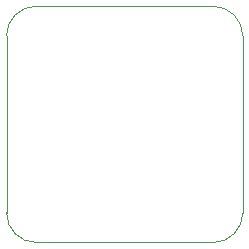
<source format=gbr>
%TF.GenerationSoftware,KiCad,Pcbnew,6.0.9+dfsg-1~bpo11+1*%
%TF.CreationDate,2022-11-06T17:08:34+01:00*%
%TF.ProjectId,mixer,6d697865-722e-46b6-9963-61645f706362,2*%
%TF.SameCoordinates,Original*%
%TF.FileFunction,Profile,NP*%
%FSLAX46Y46*%
G04 Gerber Fmt 4.6, Leading zero omitted, Abs format (unit mm)*
G04 Created by KiCad (PCBNEW 6.0.9+dfsg-1~bpo11+1) date 2022-11-06 17:08:34*
%MOMM*%
%LPD*%
G01*
G04 APERTURE LIST*
%TA.AperFunction,Profile*%
%ADD10C,0.100000*%
%TD*%
G04 APERTURE END LIST*
D10*
X137500000Y-85000000D02*
G75*
G03*
X140000000Y-87500000I2500000J0D01*
G01*
X155000000Y-87500000D02*
X140000000Y-87500000D01*
X140000000Y-67500000D02*
X155000000Y-67500000D01*
X157500000Y-70000000D02*
X157500000Y-85000000D01*
X137500000Y-85000000D02*
X137500000Y-70000000D01*
X155000000Y-87500000D02*
G75*
G03*
X157500000Y-85000000I0J2500000D01*
G01*
X157500000Y-70000000D02*
G75*
G03*
X155000000Y-67500000I-2500000J0D01*
G01*
X140000000Y-67500000D02*
G75*
G03*
X137500000Y-70000000I0J-2500000D01*
G01*
M02*

</source>
